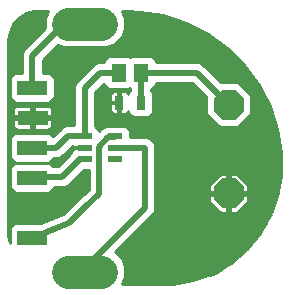
<source format=gtl>
G75*
G70*
%OFA0B0*%
%FSLAX24Y24*%
%IPPOS*%
%LPD*%
%AMOC8*
5,1,8,0,0,1.08239X$1,22.5*
%
%ADD10R,0.0472X0.0217*%
%ADD11C,0.1095*%
%ADD12R,0.0512X0.0591*%
%ADD13R,0.0315X0.0472*%
%ADD14OC8,0.1000*%
%ADD15R,0.1000X0.0500*%
%ADD16C,0.0100*%
%ADD17C,0.1650*%
%ADD18C,0.0200*%
D10*
X004147Y004782D03*
X004147Y005156D03*
X004147Y005530D03*
X005170Y005530D03*
X005170Y005156D03*
X005170Y004782D03*
D11*
X004706Y001022D02*
X003611Y001022D01*
X003611Y009290D02*
X004706Y009290D01*
D12*
X005284Y007656D03*
X006032Y007656D03*
D13*
X006013Y006656D03*
X005304Y006656D03*
D14*
X008958Y006586D03*
X008958Y003626D03*
D15*
X002398Y004156D03*
X002398Y005156D03*
X002418Y006156D03*
X002398Y007156D03*
X002398Y002156D03*
D16*
X001648Y001960D02*
X001619Y002090D01*
X001608Y002277D01*
X001608Y002356D01*
X001608Y002367D01*
X001608Y008742D01*
X001617Y008867D01*
X001682Y009111D01*
X001808Y009329D01*
X001986Y009506D01*
X002204Y009632D01*
X002447Y009697D01*
X002573Y009706D01*
X002648Y009706D01*
X002662Y009706D01*
X002920Y009706D01*
X002813Y009448D01*
X002813Y009131D01*
X002815Y009127D01*
X002102Y008414D01*
X002048Y008285D01*
X002048Y008146D01*
X002048Y007656D01*
X001849Y007656D01*
X001757Y007618D01*
X001686Y007547D01*
X001608Y007547D01*
X001686Y007547D02*
X001648Y007455D01*
X001648Y006856D01*
X001686Y006764D01*
X001757Y006694D01*
X001849Y006656D01*
X002948Y006656D01*
X003040Y006694D01*
X003110Y006764D01*
X003148Y006856D01*
X003148Y007455D01*
X003110Y007547D01*
X003040Y007618D01*
X002948Y007656D01*
X002748Y007656D01*
X002748Y008071D01*
X003252Y008575D01*
X003452Y008492D01*
X004865Y008492D01*
X005158Y008614D01*
X005382Y008838D01*
X005503Y009131D01*
X005503Y009448D01*
X005397Y009706D01*
X005568Y009706D01*
X005972Y009690D01*
X006768Y009564D01*
X007535Y009314D01*
X008254Y008948D01*
X008907Y008474D01*
X009477Y007904D01*
X009951Y007251D01*
X009353Y007251D01*
X009269Y007336D02*
X008693Y007336D01*
X008077Y007952D01*
X007948Y008006D01*
X007809Y008006D01*
X006536Y008006D01*
X006500Y008093D01*
X006430Y008163D01*
X006338Y008201D01*
X005727Y008201D01*
X005658Y008173D01*
X005590Y008201D01*
X004979Y008201D01*
X004887Y008163D01*
X004817Y008093D01*
X004781Y008006D01*
X004589Y008006D01*
X004460Y007952D01*
X004362Y007854D01*
X003948Y007441D01*
X003850Y007342D01*
X003797Y007214D01*
X003797Y005906D01*
X003539Y005906D01*
X003410Y005852D01*
X003312Y005754D01*
X003108Y005550D01*
X003040Y005618D01*
X002948Y005656D01*
X001849Y005656D01*
X001757Y005618D01*
X001686Y005547D01*
X001648Y005455D01*
X001648Y004856D01*
X001686Y004764D01*
X001757Y004694D01*
X001849Y004656D01*
X002948Y004656D01*
X003040Y004694D01*
X003110Y004764D01*
X003128Y004806D01*
X003139Y004806D01*
X003278Y004806D01*
X003407Y004859D01*
X003753Y005206D01*
X003760Y005206D01*
X003760Y005160D01*
X004142Y005160D01*
X004142Y005152D01*
X003760Y005152D01*
X003760Y005094D01*
X003698Y005032D01*
X003660Y004940D01*
X003660Y004933D01*
X003253Y004526D01*
X003119Y004526D01*
X003110Y004547D01*
X003040Y004618D01*
X002948Y004656D01*
X001849Y004656D01*
X001757Y004618D01*
X001686Y004547D01*
X001648Y004455D01*
X001648Y003856D01*
X001686Y003764D01*
X001757Y003694D01*
X001849Y003656D01*
X002948Y003656D01*
X003040Y003694D01*
X003110Y003764D01*
X003136Y003826D01*
X003468Y003826D01*
X003597Y003879D01*
X003695Y003977D01*
X004139Y004421D01*
X004153Y004419D01*
X004171Y004423D01*
X004278Y004423D01*
X004278Y003752D01*
X003970Y003476D01*
X003960Y003472D01*
X003918Y003430D01*
X003873Y003390D01*
X003869Y003381D01*
X003441Y002954D01*
X002702Y002656D01*
X001849Y002656D01*
X001757Y002618D01*
X001686Y002547D01*
X001648Y002455D01*
X001648Y001960D01*
X001648Y002029D02*
X001633Y002029D01*
X001617Y002127D02*
X001648Y002127D01*
X001648Y002226D02*
X001611Y002226D01*
X001608Y002324D02*
X001648Y002324D01*
X001648Y002423D02*
X001608Y002423D01*
X001608Y002521D02*
X001676Y002521D01*
X001608Y002620D02*
X001762Y002620D01*
X001608Y002718D02*
X002858Y002718D01*
X003102Y002817D02*
X001608Y002817D01*
X001608Y002915D02*
X003347Y002915D01*
X003502Y003014D02*
X001608Y003014D01*
X001608Y003112D02*
X003600Y003112D01*
X003699Y003211D02*
X001608Y003211D01*
X001608Y003310D02*
X003797Y003310D01*
X003893Y003408D02*
X001608Y003408D01*
X001608Y003507D02*
X004004Y003507D01*
X004114Y003605D02*
X001608Y003605D01*
X001608Y003704D02*
X001747Y003704D01*
X001671Y003802D02*
X001608Y003802D01*
X001608Y003901D02*
X001648Y003901D01*
X001648Y003999D02*
X001608Y003999D01*
X001608Y004098D02*
X001648Y004098D01*
X001648Y004196D02*
X001608Y004196D01*
X001608Y004295D02*
X001648Y004295D01*
X001648Y004394D02*
X001608Y004394D01*
X001608Y004492D02*
X001664Y004492D01*
X001608Y004591D02*
X001730Y004591D01*
X001768Y004689D02*
X001608Y004689D01*
X001608Y004788D02*
X001677Y004788D01*
X001648Y004886D02*
X001608Y004886D01*
X001608Y004985D02*
X001648Y004985D01*
X001648Y005083D02*
X001608Y005083D01*
X001608Y005182D02*
X001648Y005182D01*
X001648Y005280D02*
X001608Y005280D01*
X001608Y005379D02*
X001648Y005379D01*
X001658Y005478D02*
X001608Y005478D01*
X001608Y005576D02*
X001715Y005576D01*
X001608Y005675D02*
X003232Y005675D01*
X003331Y005773D02*
X002989Y005773D01*
X002976Y005766D02*
X003011Y005786D01*
X003038Y005814D01*
X003058Y005848D01*
X003068Y005886D01*
X003068Y006106D01*
X002469Y006106D01*
X002469Y006206D01*
X003068Y006206D01*
X003068Y006425D01*
X003058Y006464D01*
X003038Y006498D01*
X003011Y006526D01*
X002976Y006545D01*
X002938Y006556D01*
X002468Y006556D01*
X002468Y006206D01*
X002368Y006206D01*
X002368Y006106D01*
X001768Y006106D01*
X001768Y005886D01*
X001779Y005848D01*
X001798Y005814D01*
X001826Y005786D01*
X001861Y005766D01*
X001899Y005756D01*
X002368Y005756D01*
X002368Y006106D01*
X002468Y006106D01*
X002468Y005756D01*
X002938Y005756D01*
X002976Y005766D01*
X003065Y005872D02*
X003457Y005872D01*
X003797Y005970D02*
X003068Y005970D01*
X003068Y006069D02*
X003797Y006069D01*
X003797Y006167D02*
X002469Y006167D01*
X002468Y006069D02*
X002368Y006069D01*
X002368Y006167D02*
X001608Y006167D01*
X001608Y006069D02*
X001768Y006069D01*
X001768Y005970D02*
X001608Y005970D01*
X001608Y005872D02*
X001772Y005872D01*
X001848Y005773D02*
X001608Y005773D01*
X001768Y006206D02*
X001768Y006425D01*
X001779Y006464D01*
X001798Y006498D01*
X001826Y006526D01*
X001861Y006545D01*
X001899Y006556D01*
X002368Y006556D01*
X002368Y006206D01*
X001768Y006206D01*
X001768Y006266D02*
X001608Y006266D01*
X001608Y006364D02*
X001768Y006364D01*
X001779Y006463D02*
X001608Y006463D01*
X001608Y006561D02*
X003797Y006561D01*
X003797Y006463D02*
X003058Y006463D01*
X003068Y006364D02*
X003797Y006364D01*
X003797Y006266D02*
X003068Y006266D01*
X002958Y006660D02*
X003797Y006660D01*
X003797Y006759D02*
X003105Y006759D01*
X003148Y006857D02*
X003797Y006857D01*
X003797Y006956D02*
X003148Y006956D01*
X003148Y007054D02*
X003797Y007054D01*
X003797Y007153D02*
X003148Y007153D01*
X003148Y007251D02*
X003812Y007251D01*
X003858Y007350D02*
X003148Y007350D01*
X003148Y007448D02*
X003956Y007448D01*
X003948Y007441D02*
X003948Y007441D01*
X004055Y007547D02*
X003111Y007547D01*
X002973Y007645D02*
X004153Y007645D01*
X004252Y007744D02*
X002748Y007744D01*
X002748Y007843D02*
X004350Y007843D01*
X004362Y007854D02*
X004362Y007854D01*
X004449Y007941D02*
X002748Y007941D01*
X002748Y008040D02*
X004795Y008040D01*
X004862Y008138D02*
X002816Y008138D01*
X002914Y008237D02*
X009144Y008237D01*
X009045Y008335D02*
X003013Y008335D01*
X003111Y008434D02*
X008947Y008434D01*
X008826Y008532D02*
X004962Y008532D01*
X005175Y008631D02*
X008691Y008631D01*
X008555Y008729D02*
X005274Y008729D01*
X005372Y008828D02*
X008420Y008828D01*
X008284Y008927D02*
X005419Y008927D01*
X005460Y009025D02*
X008103Y009025D01*
X007910Y009124D02*
X005500Y009124D01*
X005503Y009222D02*
X007716Y009222D01*
X007516Y009321D02*
X005503Y009321D01*
X005503Y009419D02*
X007213Y009419D01*
X006910Y009518D02*
X005475Y009518D01*
X005434Y009616D02*
X006436Y009616D01*
X006455Y008138D02*
X009243Y008138D01*
X009341Y008040D02*
X006522Y008040D01*
X006536Y007306D02*
X007733Y007306D01*
X008208Y006831D01*
X008208Y006275D01*
X008648Y005836D01*
X009269Y005836D01*
X009708Y006275D01*
X009708Y006896D01*
X009269Y007336D01*
X009452Y007153D02*
X010001Y007153D01*
X009951Y007251D02*
X010317Y006533D01*
X010566Y005766D01*
X010693Y004969D01*
X010708Y004566D01*
X010693Y004220D01*
X010574Y003541D01*
X010337Y002892D01*
X009992Y002294D01*
X009549Y001765D01*
X009020Y001322D01*
X008422Y000977D01*
X007773Y000741D01*
X007094Y000621D01*
X006749Y000606D01*
X005397Y000606D01*
X005503Y000863D01*
X005503Y001181D01*
X005382Y001474D01*
X005177Y001679D01*
X006357Y002859D01*
X006455Y002957D01*
X006508Y003086D01*
X006508Y005225D01*
X006455Y005354D01*
X006357Y005452D01*
X006228Y005506D01*
X006089Y005506D01*
X005656Y005506D01*
X005656Y005688D01*
X005618Y005780D01*
X005548Y005850D01*
X005456Y005888D01*
X004884Y005888D01*
X004792Y005850D01*
X004781Y005839D01*
X004772Y005834D01*
X004720Y005812D01*
X004710Y005802D01*
X004697Y005796D01*
X004661Y005753D01*
X004622Y005714D01*
X004595Y005780D01*
X004524Y005850D01*
X004497Y005861D01*
X004497Y006999D01*
X004787Y007290D01*
X004817Y007219D01*
X004887Y007149D01*
X004979Y007110D01*
X005590Y007110D01*
X005658Y007139D01*
X005668Y007135D01*
X005668Y007059D01*
X005643Y007034D01*
X005605Y006942D01*
X005605Y006935D01*
X005601Y006950D01*
X005582Y006984D01*
X005554Y007012D01*
X005519Y007032D01*
X005481Y007042D01*
X005333Y007042D01*
X005333Y006685D01*
X005275Y006685D01*
X005275Y007042D01*
X005127Y007042D01*
X005089Y007032D01*
X005054Y007012D01*
X005027Y006984D01*
X005007Y006950D01*
X004997Y006912D01*
X004997Y006684D01*
X005275Y006684D01*
X005275Y006627D01*
X004997Y006627D01*
X004997Y006400D01*
X005007Y006362D01*
X005027Y006327D01*
X005054Y006299D01*
X005089Y006280D01*
X005127Y006270D01*
X005275Y006270D01*
X005275Y006627D01*
X005333Y006627D01*
X005333Y006270D01*
X005481Y006270D01*
X005519Y006280D01*
X005554Y006299D01*
X005582Y006327D01*
X005601Y006362D01*
X005605Y006376D01*
X005605Y006370D01*
X005643Y006278D01*
X005714Y006208D01*
X005806Y006170D01*
X006220Y006170D01*
X006312Y006208D01*
X006382Y006278D01*
X006420Y006370D01*
X006420Y006942D01*
X006382Y007034D01*
X006368Y007047D01*
X006368Y007123D01*
X006430Y007149D01*
X006500Y007219D01*
X006536Y007306D01*
X006514Y007251D02*
X007788Y007251D01*
X007886Y007153D02*
X006434Y007153D01*
X006368Y007054D02*
X007985Y007054D01*
X008084Y006956D02*
X006414Y006956D01*
X006420Y006857D02*
X008182Y006857D01*
X008208Y006759D02*
X006420Y006759D01*
X006420Y006660D02*
X008208Y006660D01*
X008208Y006561D02*
X006420Y006561D01*
X006420Y006463D02*
X008208Y006463D01*
X008208Y006364D02*
X006418Y006364D01*
X006370Y006266D02*
X008218Y006266D01*
X008316Y006167D02*
X004497Y006167D01*
X004497Y006069D02*
X008415Y006069D01*
X008513Y005970D02*
X004497Y005970D01*
X004497Y005872D02*
X004845Y005872D01*
X004678Y005773D02*
X004597Y005773D01*
X004497Y006266D02*
X005655Y006266D01*
X005607Y006364D02*
X005602Y006364D01*
X005333Y006364D02*
X005275Y006364D01*
X005275Y006463D02*
X005333Y006463D01*
X005333Y006561D02*
X005275Y006561D01*
X005275Y006660D02*
X004497Y006660D01*
X004497Y006561D02*
X004997Y006561D01*
X004997Y006463D02*
X004497Y006463D01*
X004497Y006364D02*
X005006Y006364D01*
X004997Y006759D02*
X004497Y006759D01*
X004497Y006857D02*
X004997Y006857D01*
X005010Y006956D02*
X004497Y006956D01*
X004552Y007054D02*
X005664Y007054D01*
X005611Y006956D02*
X005598Y006956D01*
X005333Y006956D02*
X005275Y006956D01*
X005275Y006857D02*
X005333Y006857D01*
X005333Y006759D02*
X005275Y006759D01*
X004883Y007153D02*
X004650Y007153D01*
X004749Y007251D02*
X004803Y007251D01*
X003355Y008532D02*
X003210Y008532D01*
X002713Y009025D02*
X001659Y009025D01*
X001632Y008927D02*
X002614Y008927D01*
X002516Y008828D02*
X001614Y008828D01*
X001608Y008729D02*
X002417Y008729D01*
X002319Y008631D02*
X001608Y008631D01*
X001608Y008532D02*
X002220Y008532D01*
X002122Y008434D02*
X001608Y008434D01*
X001608Y008335D02*
X002069Y008335D01*
X002048Y008237D02*
X001608Y008237D01*
X001608Y008138D02*
X002048Y008138D01*
X002048Y008040D02*
X001608Y008040D01*
X001608Y007941D02*
X002048Y007941D01*
X002048Y007843D02*
X001608Y007843D01*
X001608Y007744D02*
X002048Y007744D01*
X001824Y007645D02*
X001608Y007645D01*
X001608Y007448D02*
X001648Y007448D01*
X001648Y007350D02*
X001608Y007350D01*
X001608Y007251D02*
X001648Y007251D01*
X001648Y007153D02*
X001608Y007153D01*
X001608Y007054D02*
X001648Y007054D01*
X001648Y006956D02*
X001608Y006956D01*
X001608Y006857D02*
X001648Y006857D01*
X001608Y006759D02*
X001692Y006759D01*
X001608Y006660D02*
X001838Y006660D01*
X002368Y006463D02*
X002468Y006463D01*
X002468Y006364D02*
X002368Y006364D01*
X002368Y006266D02*
X002468Y006266D01*
X002468Y005970D02*
X002368Y005970D01*
X002368Y005872D02*
X002468Y005872D01*
X002468Y005773D02*
X002368Y005773D01*
X003082Y005576D02*
X003134Y005576D01*
X003631Y005083D02*
X003750Y005083D01*
X003760Y005182D02*
X003730Y005182D01*
X003679Y004985D02*
X003532Y004985D01*
X003614Y004886D02*
X003434Y004886D01*
X003515Y004788D02*
X003120Y004788D01*
X003029Y004689D02*
X003417Y004689D01*
X003318Y004591D02*
X003067Y004591D01*
X003717Y003999D02*
X004278Y003999D01*
X004278Y003901D02*
X003618Y003901D01*
X003816Y004098D02*
X004278Y004098D01*
X004278Y004196D02*
X003914Y004196D01*
X004013Y004295D02*
X004278Y004295D01*
X004278Y004394D02*
X004111Y004394D01*
X004278Y003802D02*
X003126Y003802D01*
X003050Y003704D02*
X004224Y003704D01*
X005723Y002226D02*
X009935Y002226D01*
X010010Y002324D02*
X005822Y002324D01*
X005920Y002423D02*
X010066Y002423D01*
X010123Y002521D02*
X006019Y002521D01*
X006117Y002620D02*
X010180Y002620D01*
X010237Y002718D02*
X006216Y002718D01*
X006314Y002817D02*
X010294Y002817D01*
X010346Y002915D02*
X006413Y002915D01*
X006478Y003014D02*
X008651Y003014D01*
X008689Y002976D02*
X008308Y003356D01*
X008308Y003576D01*
X008908Y003576D01*
X008908Y003676D01*
X008308Y003676D01*
X008308Y003895D01*
X008689Y004276D01*
X008908Y004276D01*
X008908Y003676D01*
X009008Y003676D01*
X009008Y004276D01*
X009228Y004276D01*
X009608Y003895D01*
X009608Y003676D01*
X009009Y003676D01*
X009009Y003576D01*
X009608Y003576D01*
X009608Y003356D01*
X009228Y002976D01*
X009008Y002976D01*
X009008Y003576D01*
X008908Y003576D01*
X008908Y002976D01*
X008689Y002976D01*
X008552Y003112D02*
X006508Y003112D01*
X006508Y003211D02*
X008454Y003211D01*
X008355Y003310D02*
X006508Y003310D01*
X006508Y003408D02*
X008308Y003408D01*
X008308Y003507D02*
X006508Y003507D01*
X006508Y003605D02*
X008908Y003605D01*
X008908Y003507D02*
X009008Y003507D01*
X009009Y003605D02*
X010585Y003605D01*
X010602Y003704D02*
X009608Y003704D01*
X009608Y003802D02*
X010620Y003802D01*
X010637Y003901D02*
X009603Y003901D01*
X009504Y003999D02*
X010654Y003999D01*
X010672Y004098D02*
X009405Y004098D01*
X009307Y004196D02*
X010689Y004196D01*
X010697Y004295D02*
X006508Y004295D01*
X006508Y004196D02*
X008610Y004196D01*
X008511Y004098D02*
X006508Y004098D01*
X006508Y003999D02*
X008413Y003999D01*
X008314Y003901D02*
X006508Y003901D01*
X006508Y003802D02*
X008308Y003802D01*
X008308Y003704D02*
X006508Y003704D01*
X006508Y004394D02*
X010701Y004394D01*
X010705Y004492D02*
X006508Y004492D01*
X006508Y004591D02*
X010707Y004591D01*
X010704Y004689D02*
X006508Y004689D01*
X006508Y004788D02*
X010700Y004788D01*
X010696Y004886D02*
X006508Y004886D01*
X006508Y004985D02*
X010690Y004985D01*
X010674Y005083D02*
X006508Y005083D01*
X006508Y005182D02*
X010659Y005182D01*
X010643Y005280D02*
X006486Y005280D01*
X006430Y005379D02*
X010628Y005379D01*
X010612Y005478D02*
X006296Y005478D01*
X005656Y005576D02*
X010596Y005576D01*
X010581Y005675D02*
X005656Y005675D01*
X005621Y005773D02*
X010564Y005773D01*
X010532Y005872D02*
X009305Y005872D01*
X009404Y005970D02*
X010500Y005970D01*
X010468Y006069D02*
X009502Y006069D01*
X009601Y006167D02*
X010436Y006167D01*
X010404Y006266D02*
X009699Y006266D01*
X009708Y006364D02*
X010372Y006364D01*
X010340Y006463D02*
X009708Y006463D01*
X009708Y006561D02*
X010302Y006561D01*
X010252Y006660D02*
X009708Y006660D01*
X009708Y006759D02*
X010202Y006759D01*
X010152Y006857D02*
X009708Y006857D01*
X009649Y006956D02*
X010102Y006956D01*
X010051Y007054D02*
X009551Y007054D01*
X009879Y007350D02*
X008679Y007350D01*
X008581Y007448D02*
X009808Y007448D01*
X009736Y007547D02*
X008482Y007547D01*
X008384Y007645D02*
X009665Y007645D01*
X009593Y007744D02*
X008285Y007744D01*
X008187Y007843D02*
X009521Y007843D01*
X009440Y007941D02*
X008088Y007941D01*
X008612Y005872D02*
X005496Y005872D01*
X008908Y004196D02*
X009008Y004196D01*
X009008Y004098D02*
X008908Y004098D01*
X008908Y003999D02*
X009008Y003999D01*
X009008Y003901D02*
X008908Y003901D01*
X008908Y003802D02*
X009008Y003802D01*
X009008Y003704D02*
X008908Y003704D01*
X008908Y003408D02*
X009008Y003408D01*
X009008Y003310D02*
X008908Y003310D01*
X008908Y003211D02*
X009008Y003211D01*
X009008Y003112D02*
X008908Y003112D01*
X008908Y003014D02*
X009008Y003014D01*
X009266Y003014D02*
X010382Y003014D01*
X010418Y003112D02*
X009364Y003112D01*
X009463Y003211D02*
X010454Y003211D01*
X010489Y003310D02*
X009561Y003310D01*
X009608Y003408D02*
X010525Y003408D01*
X010561Y003507D02*
X009608Y003507D01*
X009852Y002127D02*
X005625Y002127D01*
X005526Y002029D02*
X009769Y002029D01*
X009687Y001930D02*
X005428Y001930D01*
X005329Y001831D02*
X009604Y001831D01*
X009510Y001733D02*
X005230Y001733D01*
X005221Y001634D02*
X009392Y001634D01*
X009275Y001536D02*
X005320Y001536D01*
X005397Y001437D02*
X009157Y001437D01*
X009040Y001339D02*
X005438Y001339D01*
X005479Y001240D02*
X008878Y001240D01*
X008708Y001142D02*
X005503Y001142D01*
X005503Y001043D02*
X008537Y001043D01*
X008334Y000945D02*
X005503Y000945D01*
X005496Y000846D02*
X008063Y000846D01*
X007792Y000747D02*
X005455Y000747D01*
X005415Y000649D02*
X007253Y000649D01*
X002811Y009124D02*
X001689Y009124D01*
X001746Y009222D02*
X002813Y009222D01*
X002813Y009321D02*
X001803Y009321D01*
X001898Y009419D02*
X002813Y009419D01*
X002842Y009518D02*
X002005Y009518D01*
X002176Y009616D02*
X002883Y009616D01*
D17*
X008158Y001656D03*
D18*
X006158Y003156D02*
X006158Y005156D01*
X005170Y005156D01*
X005158Y005516D02*
X004918Y005516D01*
X004628Y005176D01*
X004628Y003596D01*
X004158Y003176D01*
X003638Y002656D01*
X002398Y002156D01*
X004158Y001156D02*
X006158Y003156D01*
X004147Y004782D02*
X004138Y004776D01*
X003998Y004776D01*
X003398Y004176D01*
X002398Y004176D01*
X002398Y004156D01*
X002398Y005156D02*
X003208Y005156D01*
X003608Y005556D01*
X004121Y005556D01*
X004147Y005530D01*
X004147Y007144D01*
X004658Y007656D01*
X005284Y007656D01*
X006018Y007656D02*
X006032Y007656D01*
X007878Y007656D01*
X008958Y006576D01*
X008958Y006586D01*
X006018Y006656D02*
X006013Y006656D01*
X006018Y006656D02*
X006018Y007656D01*
X004338Y009096D02*
X004158Y009276D01*
X004158Y009290D01*
X004078Y009216D01*
X003398Y009216D01*
X002398Y008216D01*
X002398Y007156D01*
X005158Y005516D02*
X005170Y005530D01*
M02*

</source>
